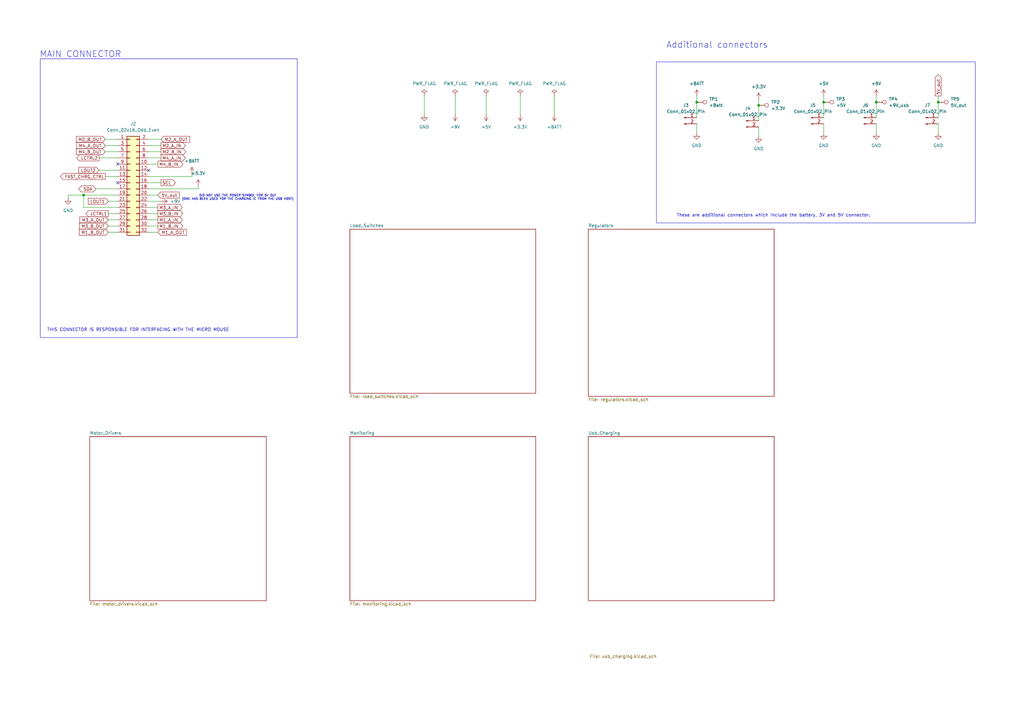
<source format=kicad_sch>
(kicad_sch (version 20231120) (generator "eeschema") (generator_version "8.0")
  (paper "A3")
  (title_block (title "Power Module") (date "2025-03-23") (rev "1") (company "University Of Cape Town") (comment 4 "Author: Khanzi Olwethu[KHNOLW003], Athenkosi Khonzani[KHNATH002]"))
  (lib_symbols
    (symbol "Connector:Conn_01x02_Pin" (pin_names (offset 1.016) hide)
      (property "Reference" "J" (at 0 2.54 0))
      (property "Value" "Conn_01x02_Pin" (at 0 -5.08 0))
      (symbol "Conn_01x02_Pin_1_1"
        (polyline (pts (xy 1.27 -2.54) (xy 0.8636 -2.54)) (stroke (width 0.1524)))
        (polyline (pts (xy 1.27 0) (xy 0.8636 0)) (stroke (width 0.1524)))
        (rectangle (start 0.8636 -2.413) (end 0 -2.667) (stroke (width 0.1524)) (fill (type outline)))
        (rectangle (start 0.8636 0.127) (end 0 -0.127) (stroke (width 0.1524)) (fill (type outline)))
        (pin passive line (at 5.08 0 180) (length 3.81) (name "Pin_1") (number "1"))
        (pin passive line (at 5.08 -2.54 180) (length 3.81) (name "Pin_2") (number "2"))
      )
    )
    (symbol "Connector:TestPoint" (pin_numbers hide) (pin_names (offset 0.762) hide)
      (property "Reference" "TP" (at 0 6.858 0))
      (property "Value" "TestPoint" (at 0 5.08 0))
      (symbol "TestPoint_0_1"
        (circle (center 0 3.302) (radius 0.762))
      )
      (symbol "TestPoint_1_1"
        (pin passive line (at 0 0 90) (length 2.54) (name "1") (number "1"))
      )
    )
    (symbol "Connector_Generic:Conn_02x16_Odd_Even" (pin_names (offset 1.016) hide)
      (property "Reference" "J" (at 1.27 20.32 0))
      (property "Value" "Conn_02x16_Odd_Even" (at 1.27 -22.86 0))
      (symbol "Conn_02x16_Odd_Even_1_1"
        (rectangle (start -1.27 -20.193) (end 0 -20.447) (stroke (width 0.1524)))
        (rectangle (start -1.27 -17.653) (end 0 -17.907) (stroke (width 0.1524)))
        (rectangle (start -1.27 -15.113) (end 0 -15.367) (stroke (width 0.1524)))
        (rectangle (start -1.27 -12.573) (end 0 -12.827) (stroke (width 0.1524)))
        (rectangle (start -1.27 -10.033) (end 0 -10.287) (stroke (width 0.1524)))
        (rectangle (start -1.27 -7.493) (end 0 -7.747) (stroke (width 0.1524)))
        (rectangle (start -1.27 -4.953) (end 0 -5.207) (stroke (width 0.1524)))
        (rectangle (start -1.27 -2.413) (end 0 -2.667) (stroke (width 0.1524)))
        (rectangle (start -1.27 0.127) (end 0 -0.127) (stroke (width 0.1524)))
        (rectangle (start -1.27 2.667) (end 0 2.413) (stroke (width 0.1524)))
        (rectangle (start -1.27 5.207) (end 0 4.953) (stroke (width 0.1524)))
        (rectangle (start -1.27 7.747) (end 0 7.493) (stroke (width 0.1524)))
        (rectangle (start -1.27 10.287) (end 0 10.033) (stroke (width 0.1524)))
        (rectangle (start -1.27 12.827) (end 0 12.573) (stroke (width 0.1524)))
        (rectangle (start -1.27 15.367) (end 0 15.113) (stroke (width 0.1524)))
        (rectangle (start -1.27 17.907) (end 0 17.653) (stroke (width 0.1524)))
        (rectangle (start -1.27 19.05) (end 3.81 -21.59) (stroke (width 0.254)) (fill (type background)))
        (rectangle (start 3.81 -20.193) (end 2.54 -20.447) (stroke (width 0.1524)))
        (rectangle (start 3.81 -17.653) (end 2.54 -17.907) (stroke (width 0.1524)))
        (rectangle (start 3.81 -15.113) (end 2.54 -15.367) (stroke (width 0.1524)))
        (rectangle (start 3.81 -12.573) (end 2.54 -12.827) (stroke (width 0.1524)))
        (rectangle (start 3.81 -10.033) (end 2.54 -10.287) (stroke (width 0.1524)))
        (rectangle (start 3.81 -7.493) (end 2.54 -7.747) (stroke (width 0.1524)))
        (rectangle (start 3.81 -4.953) (end 2.54 -5.207) (stroke (width 0.1524)))
        (rectangle (start 3.81 -2.413) (end 2.54 -2.667) (stroke (width 0.1524)))
        (rectangle (start 3.81 0.127) (end 2.54 -0.127) (stroke (width 0.1524)))
        (rectangle (start 3.81 2.667) (end 2.54 2.413) (stroke (width 0.1524)))
        (rectangle (start 3.81 5.207) (end 2.54 4.953) (stroke (width 0.1524)))
        (rectangle (start 3.81 7.747) (end 2.54 7.493) (stroke (width 0.1524)))
        (rectangle (start 3.81 10.287) (end 2.54 10.033) (stroke (width 0.1524)))
        (rectangle (start 3.81 12.827) (end 2.54 12.573) (stroke (width 0.1524)))
        (rectangle (start 3.81 15.367) (end 2.54 15.113) (stroke (width 0.1524)))
        (rectangle (start 3.81 17.907) (end 2.54 17.653) (stroke (width 0.1524)))
        (pin passive line (at -5.08 17.78 0) (length 3.81) (name "Pin_1") (number "1"))
        (pin passive line (at 7.62 7.62 180) (length 3.81) (name "Pin_10") (number "10"))
        (pin passive line (at -5.08 5.08 0) (length 3.81) (name "Pin_11") (number "11"))
        (pin passive line (at 7.62 5.08 180) (length 3.81) (name "Pin_12") (number "12"))
        (pin passive line (at -5.08 2.54 0) (length 3.81) (name "Pin_13") (number "13"))
        (pin passive line (at 7.62 2.54 180) (length 3.81) (name "Pin_14") (number "14"))
        (pin passive line (at -5.08 0 0) (length 3.81) (name "Pin_15") (number "15"))
        (pin passive line (at 7.62 0 180) (length 3.81) (name "Pin_16") (number "16"))
        (pin passive line (at -5.08 -2.54 0) (length 3.81) (name "Pin_17") (number "17"))
        (pin passive line (at 7.62 -2.54 180) (length 3.81) (name "Pin_18") (number "18"))
        (pin passive line (at -5.08 -5.08 0) (length 3.81) (name "Pin_19") (number "19"))
        (pin passive line (at 7.62 17.78 180) (length 3.81) (name "Pin_2") (number "2"))
        (pin passive line (at 7.62 -5.08 180) (length 3.81) (name "Pin_20") (number "20"))
        (pin passive line (at -5.08 -7.62 0) (length 3.81) (name "Pin_21") (number "21"))
        (pin passive line (at 7.62 -7.62 180) (length 3.81) (name "Pin_22") (number "22"))
        (pin passive line (at -5.08 -10.16 0) (length 3.81) (name "Pin_23") (number "23"))
        (pin passive line (at 7.62 -10.16 180) (length 3.81) (name "Pin_24") (number "24"))
        (pin passive line (at -5.08 -12.7 0) (length 3.81) (name "Pin_25") (number "25"))
        (pin passive line (at 7.62 -12.7 180) (length 3.81) (name "Pin_26") (number "26"))
        (pin passive line (at -5.08 -15.24 0) (length 3.81) (name "Pin_27") (number "27"))
        (pin passive line (at 7.62 -15.24 180) (length 3.81) (name "Pin_28") (number "28"))
        (pin passive line (at -5.08 -17.78 0) (length 3.81) (name "Pin_29") (number "29"))
        (pin passive line (at -5.08 15.24 0) (length 3.81) (name "Pin_3") (number "3"))
        (pin passive line (at 7.62 -17.78 180) (length 3.81) (name "Pin_30") (number "30"))
        (pin passive line (at -5.08 -20.32 0) (length 3.81) (name "Pin_31") (number "31"))
        (pin passive line (at 7.62 -20.32 180) (length 3.81) (name "Pin_32") (number "32"))
        (pin passive line (at 7.62 15.24 180) (length 3.81) (name "Pin_4") (number "4"))
        (pin passive line (at -5.08 12.7 0) (length 3.81) (name "Pin_5") (number "5"))
        (pin passive line (at 7.62 12.7 180) (length 3.81) (name "Pin_6") (number "6"))
        (pin passive line (at -5.08 10.16 0) (length 3.81) (name "Pin_7") (number "7"))
        (pin passive line (at 7.62 10.16 180) (length 3.81) (name "Pin_8") (number "8"))
        (pin passive line (at -5.08 7.62 0) (length 3.81) (name "Pin_9") (number "9"))
      )
    )
    (symbol "power:+3.3V" (power) (pin_numbers hide) (pin_names (offset 0) hide)
      (property "Value" "+3.3V" (at 0 3.556 0))
      (symbol "+3.3V_0_1"
        (polyline (pts (xy -0.762 1.27) (xy 0 2.54)))
        (polyline (pts (xy 0 0) (xy 0 2.54)))
        (polyline (pts (xy 0 2.54) (xy 0.762 1.27)))
      )
      (symbol "+3.3V_1_1"
        (pin power_in line (at 0 0 90) (length 0) (name "~") (number "1"))
      )
    )
    (symbol "power:+5V" (power) (pin_numbers hide) (pin_names (offset 0) hide)
      (property "Value" "+5V" (at 0 3.556 0))
      (symbol "+5V_0_1"
        (polyline (pts (xy -0.762 1.27) (xy 0 2.54)))
        (polyline (pts (xy 0 0) (xy 0 2.54)))
        (polyline (pts (xy 0 2.54) (xy 0.762 1.27)))
      )
      (symbol "+5V_1_1"
        (pin power_in line (at 0 0 90) (length 0) (name "~") (number "1"))
      )
    )
    (symbol "power:+9V" (power) (pin_numbers hide) (pin_names (offset 0) hide)
      (property "Value" "+9V" (at 0 3.556 0))
      (symbol "+9V_0_1"
        (polyline (pts (xy -0.762 1.27) (xy 0 2.54)))
        (polyline (pts (xy 0 0) (xy 0 2.54)))
        (polyline (pts (xy 0 2.54) (xy 0.762 1.27)))
      )
      (symbol "+9V_1_1"
        (pin power_in line (at 0 0 90) (length 0) (name "~") (number "1"))
      )
    )
    (symbol "power:+BATT" (power) (pin_numbers hide) (pin_names (offset 0) hide)
      (property "Value" "+BATT" (at 0 3.556 0))
      (symbol "+BATT_0_1"
        (polyline (pts (xy -0.762 1.27) (xy 0 2.54)))
        (polyline (pts (xy 0 0) (xy 0 2.54)))
        (polyline (pts (xy 0 2.54) (xy 0.762 1.27)))
      )
      (symbol "+BATT_1_1"
        (pin power_in line (at 0 0 90) (length 0) (name "~") (number "1"))
      )
    )
    (symbol "power:GND" (power) (pin_numbers hide) (pin_names (offset 0) hide)
      (property "Value" "GND" (at 0 -3.81 0))
      (symbol "GND_0_1"
        (polyline (pts (xy 0 0) (xy 0 -1.27) (xy 1.27 -1.27) (xy 0 -2.54) (xy -1.27 -1.27) (xy 0 -1.27)))
      )
      (symbol "GND_1_1"
        (pin power_in line (at 0 0 270) (length 0) (name "~") (number "1"))
      )
    )
    (symbol "power:PWR_FLAG" (power) (pin_numbers hide) (pin_names (offset 0) hide)
      (property "Value" "PWR_FLAG" (at 0 3.81 0))
      (symbol "PWR_FLAG_0_0"
        (pin power_out line (at 0 0 90) (length 0) (name "~") (number "1"))
      )
      (symbol "PWR_FLAG_0_1"
        (polyline (pts (xy 0 0) (xy 0 1.27) (xy -1.016 1.905) (xy 0 2.54) (xy 1.016 1.905) (xy 0 1.27)))
      )
    )
  )
  (junction (at 384.81 41.91))
  (junction (at 311.15 43.18))
  (junction (at 337.82 41.91))
  (junction (at 34.29 80.01))
  (junction (at 359.41 41.91))
  (junction (at 285.75 41.91))
  (no_connect (at 60.96 69.85))
  (no_connect (at 48.26 74.93))
  (no_connect (at 48.26 67.31))
  (wire (pts (xy 44.45 87.63) (xy 48.26 87.63)))
  (wire (pts (xy 60.96 72.39) (xy 78.74 72.39)))
  (wire (pts (xy 44.45 82.55) (xy 48.26 82.55)))
  (wire (pts (xy 60.96 77.47) (xy 81.28 77.47)))
  (wire (pts (xy 384.81 41.91) (xy 384.81 48.26)))
  (wire (pts (xy 43.18 59.69) (xy 48.26 59.69)))
  (wire (pts (xy 227.33 39.37) (xy 227.33 46.99)))
  (wire (pts (xy 34.29 85.09) (xy 34.29 80.01)))
  (wire (pts (xy 40.64 64.77) (xy 48.26 64.77)))
  (wire (pts (xy 359.41 41.91) (xy 359.41 48.26)))
  (wire (pts (xy 285.75 39.37) (xy 285.75 41.91)))
  (wire (pts (xy 311.15 43.18) (xy 311.15 49.53)))
  (wire (pts (xy 66.04 74.93) (xy 60.96 74.93)))
  (wire (pts (xy 81.28 77.47) (xy 81.28 76.2)))
  (wire (pts (xy 311.15 52.07) (xy 311.15 55.88)))
  (wire (pts (xy 311.15 40.64) (xy 311.15 43.18)))
  (wire (pts (xy 48.26 85.09) (xy 34.29 85.09)))
  (wire (pts (xy 27.94 80.01) (xy 27.94 81.28)))
  (wire (pts (xy 337.82 41.91) (xy 337.82 48.26)))
  (wire (pts (xy 64.77 87.63) (xy 60.96 87.63)))
  (wire (pts (xy 384.81 50.8) (xy 384.81 54.61)))
  (wire (pts (xy 285.75 41.91) (xy 285.75 48.26)))
  (wire (pts (xy 43.18 62.23) (xy 48.26 62.23)))
  (wire (pts (xy 359.41 50.8) (xy 359.41 54.61)))
  (wire (pts (xy 44.45 95.25) (xy 48.26 95.25)))
  (wire (pts (xy 48.26 80.01) (xy 34.29 80.01)))
  (wire (pts (xy 186.69 39.37) (xy 186.69 46.99)))
  (wire (pts (xy 64.77 80.01) (xy 60.96 80.01)))
  (wire (pts (xy 359.41 39.37) (xy 359.41 41.91)))
  (wire (pts (xy 60.96 82.55) (xy 66.04 82.55)))
  (wire (pts (xy 44.45 90.17) (xy 48.26 90.17)))
  (wire (pts (xy 66.04 62.23) (xy 60.96 62.23)))
  (wire (pts (xy 66.04 64.77) (xy 60.96 64.77)))
  (wire (pts (xy 39.37 77.47) (xy 48.26 77.47)))
  (wire (pts (xy 64.77 90.17) (xy 60.96 90.17)))
  (wire (pts (xy 78.74 72.39) (xy 78.74 71.12)))
  (wire (pts (xy 66.04 59.69) (xy 60.96 59.69)))
  (wire (pts (xy 40.64 69.85) (xy 48.26 69.85)))
  (wire (pts (xy 285.75 50.8) (xy 285.75 54.61)))
  (wire (pts (xy 384.81 39.37) (xy 384.81 41.91)))
  (wire (pts (xy 64.77 85.09) (xy 60.96 85.09)))
  (wire (pts (xy 337.82 50.8) (xy 337.82 54.61)))
  (wire (pts (xy 199.39 39.37) (xy 199.39 46.99)))
  (wire (pts (xy 64.77 67.31) (xy 60.96 67.31)))
  (wire (pts (xy 337.82 39.37) (xy 337.82 41.91)))
  (wire (pts (xy 43.18 72.39) (xy 48.26 72.39)))
  (wire (pts (xy 64.77 92.71) (xy 60.96 92.71)))
  (wire (pts (xy 66.04 57.15) (xy 60.96 57.15)))
  (wire (pts (xy 213.36 39.37) (xy 213.36 46.99)))
  (wire (pts (xy 34.29 80.01) (xy 27.94 80.01)))
  (wire (pts (xy 44.45 92.71) (xy 48.26 92.71)))
  (wire (pts (xy 43.18 57.15) (xy 48.26 57.15)))
  (wire (pts (xy 64.77 95.25) (xy 60.96 95.25)))
  (wire (pts (xy 173.99 39.37) (xy 173.99 46.99)))
  (rectangle (start 16.51 24.13) (end 121.92 138.43))
  (rectangle (start 269.24 25.4) (end 400.05 91.44))
  (text "DID NOT USE THE POWER SYMBOL FOR 5V OUT\n{ONE HAS BEEN USED FOR THE CHARGING IC FROM THE USB HOST)" (at 97.536 81.026 0) (effects (font (size 0.889 0.889))))
  (text "THIS CONNECTOR IS RESPONSIBLE FOR INTERFACING WITH THE MICRO MOUSE" (at 56.642 135.382 0) (effects (font (size 1.27 1.27))))
  (text "Additional connectors" (at 294.132 18.542 0) (effects (font (size 2.54 2.54))))
  (text "MAIN CONNECTOR" (at 33.02 22.352 0) (effects (font (size 2.54 2.54))))
  (text "These are additional connectors which include the battery, 3V and 5V connector." (at 317.246 88.392 0) (effects (font (size 1.27 1.27))))
  (global_label "SCL" (shape output) (at 66.04 74.93 0) (property "Intersheetrefs" "${INTERSHEET_REFS}" (effects (hide yes))))
  (global_label "M1_A_OUT" (shape input) (at 64.77 95.25 0) (property "Intersheetrefs" "${INTERSHEET_REFS}" (effects (hide yes))))
  (global_label "M4_A_OUT" (shape input) (at 43.18 59.69 180) (property "Intersheetrefs" "${INTERSHEET_REFS}" (effects (hide yes))))
  (global_label "M3_A_IN" (shape output) (at 64.77 85.09 0) (property "Intersheetrefs" "${INTERSHEET_REFS}" (effects (hide yes))))
  (global_label "M1_B_IN" (shape output) (at 64.77 92.71 0) (property "Intersheetrefs" "${INTERSHEET_REFS}" (effects (hide yes))))
  (global_label "M3_B_IN" (shape output) (at 64.77 87.63 0) (property "Intersheetrefs" "${INTERSHEET_REFS}" (effects (hide yes))))
  (global_label "5V_out" (shape input) (at 64.77 80.01 0) (property "Intersheetrefs" "${INTERSHEET_REFS}" (effects (hide yes))))
  (global_label "FAST_CHRG_CTRL" (shape output) (at 43.18 72.39 180) (property "Intersheetrefs" "${INTERSHEET_REFS}" (effects (hide yes))))
  (global_label "M4_A_IN" (shape output) (at 66.04 64.77 0) (property "Intersheetrefs" "${INTERSHEET_REFS}" (effects (hide yes))))
  (global_label "M3_B_OUT" (shape input) (at 44.45 92.71 180) (property "Intersheetrefs" "${INTERSHEET_REFS}" (effects (hide yes))))
  (global_label "5V_out" (shape output) (at 384.81 39.37 90) (property "Intersheetrefs" "${INTERSHEET_REFS}" (effects (hide yes))))
  (global_label "M1_B_OUT" (shape input) (at 44.45 95.25 180) (property "Intersheetrefs" "${INTERSHEET_REFS}" (effects (hide yes))))
  (global_label "M4_B_OUT" (shape input) (at 43.18 62.23 180) (property "Intersheetrefs" "${INTERSHEET_REFS}" (effects (hide yes))))
  (global_label "LCTRL1" (shape output) (at 44.45 87.63 180) (property "Intersheetrefs" "${INTERSHEET_REFS}" (effects (hide yes))))
  (global_label "LOUT2" (shape input) (at 40.64 69.85 180) (property "Intersheetrefs" "${INTERSHEET_REFS}" (effects (hide yes))))
  (global_label "M4_B_IN" (shape output) (at 64.77 67.31 0) (property "Intersheetrefs" "${INTERSHEET_REFS}" (effects (hide yes))))
  (global_label "LCTRL2" (shape output) (at 40.64 64.77 180) (property "Intersheetrefs" "${INTERSHEET_REFS}" (effects (hide yes))))
  (global_label "M3_A_OUT" (shape input) (at 44.45 90.17 180) (property "Intersheetrefs" "${INTERSHEET_REFS}" (effects (hide yes))))
  (global_label "M2_A_OUT" (shape input) (at 66.04 57.15 0) (property "Intersheetrefs" "${INTERSHEET_REFS}" (effects (hide yes))))
  (global_label "LOUT1" (shape input) (at 44.45 82.55 180) (property "Intersheetrefs" "${INTERSHEET_REFS}" (effects (hide yes))))
  (global_label "M2_B_IN" (shape output) (at 66.04 62.23 0) (property "Intersheetrefs" "${INTERSHEET_REFS}" (effects (hide yes))))
  (global_label "M1_A_IN" (shape output) (at 64.77 90.17 0) (property "Intersheetrefs" "${INTERSHEET_REFS}" (effects (hide yes))))
  (global_label "M2_A_IN" (shape output) (at 66.04 59.69 0) (property "Intersheetrefs" "${INTERSHEET_REFS}" (effects (hide yes))))
  (global_label "M2_B_OUT" (shape input) (at 43.18 57.15 180) (property "Intersheetrefs" "${INTERSHEET_REFS}" (effects (hide yes))))
  (global_label "SDA" (shape bidirectional) (at 39.37 77.47 180) (property "Intersheetrefs" "${INTERSHEET_REFS}" (effects (hide yes))))
  (symbol (lib_id "Connector_Generic:Conn_02x16_Odd_Even") (at 53.34 74.93 0) (unit 1)
    (property "Reference" "J2" (at 54.61 50.8 0))
    (property "Value" "Conn_02x16_Odd_Even" (at 54.61 53.34 0))
    (property "Footprint" "Connector_PinHeader_2.54mm:PinHeader_2x16_P2.54mm_Vertical" (effects (hide yes)))
    (property "Description" "Generic connector, double row, 02x16, odd/even pin numbering scheme (row 1 odd numbers, row 2 even numbers), script generated (kicad-library-utils/schlib/autogen/connector/)" (effects (hide yes)))
  )
  (symbol (lib_id "power:+BATT") (at 285.75 39.37 0) (unit 1)
    (property "Reference" "#PWR061" (effects (hide yes)))
    (property "Value" "+BATT" (at 285.75 34.29 0))
    (property "Description" "Power symbol creates a global label with name \"+BATT\"" (effects (hide yes)))
  )
  (symbol (lib_id "power:+3.3V") (at 213.36 46.99 180) (unit 1)
    (property "Reference" "#PWR01" (effects (hide yes)))
    (property "Value" "+3.3V" (at 213.36 52.07 0))
    (property "Description" "Power symbol creates a global label with name \"+3.3V\"" (effects (hide yes)))
  )
  (symbol (lib_id "power:+BATT") (at 227.33 46.99 180) (unit 1)
    (property "Reference" "#PWR08" (effects (hide yes)))
    (property "Value" "+BATT" (at 227.33 52.07 0))
    (property "Description" "Power symbol creates a global label with name \"+BATT\"" (effects (hide yes)))
  )
  (symbol (lib_id "power:+9V") (at 186.69 46.99 180) (unit 1)
    (property "Reference" "#PWR03" (effects (hide yes)))
    (property "Value" "+9V" (at 186.69 52.07 0))
    (property "Description" "Power symbol creates a global label with name \"+9V\"" (effects (hide yes)))
  )
  (symbol (lib_id "Connector:Conn_01x02_Pin") (at 354.33 48.26 0) (unit 1)
    (property "Reference" "J6" (at 354.965 43.18 0))
    (property "Value" "Conn_01x02_Pin" (at 354.965 45.72 0))
    (property "Footprint" "Connector_PinHeader_2.54mm:PinHeader_1x02_P2.54mm_Vertical" (effects (hide yes)))
    (property "Description" "Generic connector, single row, 01x02, script generated" (effects (hide yes)))
  )
  (symbol (lib_id "power:+9V") (at 359.41 39.37 0) (unit 1)
    (property "Reference" "#PWR066" (effects (hide yes)))
    (property "Value" "+9V" (at 359.41 34.29 0))
    (property "Description" "Power symbol creates a global label with name \"+9V\"" (effects (hide yes)))
  )
  (symbol (lib_id "power:+9V") (at 66.04 82.55 270) (unit 1)
    (property "Reference" "#PWR063" (effects (hide yes)))
    (property "Value" "+9V" (at 69.85 82.5499 90) (effects (justify left)))
    (property "Description" "Power symbol creates a global label with name \"+9V\"" (effects (hide yes)))
  )
  (symbol (lib_id "Connector:Conn_01x02_Pin") (at 280.67 48.26 0) (unit 1)
    (property "Reference" "J3" (at 281.305 43.18 0))
    (property "Value" "Conn_01x02_Pin" (at 281.305 45.72 0))
    (property "Footprint" "Connector_JST:JST_PH_S2B-PH-K_1x02_P2.00mm_Horizontal" (effects (hide yes)))
    (property "Description" "Generic connector, single row, 01x02, script generated" (effects (hide yes)))
  )
  (symbol (lib_id "Connector:TestPoint") (at 311.15 43.18 270) (unit 1)
    (property "Reference" "TP2" (at 316.23 41.9099 90) (effects (justify left)))
    (property "Value" "+3.3V" (at 316.23 44.4499 90) (effects (justify left)))
    (property "Footprint" "TestPoint:TestPoint_Pad_D3.0mm" (effects (hide yes)))
    (property "Description" "test point" (effects (hide yes)))
  )
  (symbol (lib_id "power:PWR_FLAG") (at 186.69 39.37 0) (unit 1)
    (property "Reference" "#FLG02" (effects (hide yes)))
    (property "Value" "PWR_FLAG" (at 186.69 34.29 0))
    (property "Description" "Special symbol for telling ERC where power comes from" (effects (hide yes)))
  )
  (symbol (lib_id "power:GND") (at 285.75 54.61 0) (unit 1)
    (property "Reference" "#PWR067" (effects (hide yes)))
    (property "Value" "GND" (at 285.75 59.69 0))
    (property "Description" "Power symbol creates a global label with name \"GND\" , ground" (effects (hide yes)))
  )
  (symbol (lib_id "power:GND") (at 311.15 55.88 0) (unit 1)
    (property "Reference" "#PWR068" (effects (hide yes)))
    (property "Value" "GND" (at 311.15 60.96 0))
    (property "Description" "Power symbol creates a global label with name \"GND\" , ground" (effects (hide yes)))
  )
  (symbol (lib_id "power:+3.3V") (at 81.28 76.2 0) (unit 1)
    (property "Reference" "#PWR057" (effects (hide yes)))
    (property "Value" "+3.3V" (at 81.28 71.12 0))
    (property "Description" "Power symbol creates a global label with name \"+3.3V\"" (effects (hide yes)))
  )
  (symbol (lib_id "power:GND") (at 359.41 54.61 0) (unit 1)
    (property "Reference" "#PWR070" (effects (hide yes)))
    (property "Value" "GND" (at 359.41 59.69 0))
    (property "Description" "Power symbol creates a global label with name \"GND\" , ground" (effects (hide yes)))
  )
  (symbol (lib_id "Connector:TestPoint") (at 384.81 41.91 270) (unit 1)
    (property "Reference" "TP5" (at 389.89 40.6399 90) (effects (justify left)))
    (property "Value" "5V_out" (at 389.89 43.1799 90) (effects (justify left)))
    (property "Footprint" "TestPoint:TestPoint_Pad_D3.0mm" (effects (hide yes)))
    (property "Description" "test point" (effects (hide yes)))
  )
  (symbol (lib_id "Connector:Conn_01x02_Pin") (at 306.07 49.53 0) (unit 1)
    (property "Reference" "J4" (at 306.705 44.45 0))
    (property "Value" "Conn_01x02_Pin" (at 306.705 46.99 0))
    (property "Footprint" "Connector_PinHeader_2.54mm:PinHeader_1x02_P2.54mm_Vertical" (effects (hide yes)))
    (property "Description" "Generic connector, single row, 01x02, script generated" (effects (hide yes)))
  )
  (symbol (lib_id "power:PWR_FLAG") (at 199.39 39.37 0) (unit 1)
    (property "Reference" "#FLG03" (effects (hide yes)))
    (property "Value" "PWR_FLAG" (at 199.39 34.29 0))
    (property "Description" "Special symbol for telling ERC where power comes from" (effects (hide yes)))
  )
  (symbol (lib_id "Connector:TestPoint") (at 337.82 41.91 270) (unit 1)
    (property "Reference" "TP3" (at 342.9 40.6399 90) (effects (justify left)))
    (property "Value" "+5V" (at 342.9 43.1799 90) (effects (justify left)))
    (property "Footprint" "TestPoint:TestPoint_Pad_D3.0mm" (effects (hide yes)))
    (property "Description" "test point" (effects (hide yes)))
  )
  (symbol (lib_id "power:PWR_FLAG") (at 213.36 39.37 0) (unit 1)
    (property "Reference" "#FLG04" (effects (hide yes)))
    (property "Value" "PWR_FLAG" (at 213.36 34.29 0))
    (property "Description" "Special symbol for telling ERC where power comes from" (effects (hide yes)))
  )
  (symbol (lib_id "power:+BATT") (at 78.74 71.12 0) (unit 1)
    (property "Reference" "#PWR056" (effects (hide yes)))
    (property "Value" "+BATT" (at 78.74 66.04 0))
    (property "Description" "Power symbol creates a global label with name \"+BATT\"" (effects (hide yes)))
  )
  (symbol (lib_id "power:+3.3V") (at 311.15 40.64 0) (unit 1)
    (property "Reference" "#PWR064" (effects (hide yes)))
    (property "Value" "+3.3V" (at 311.15 35.56 0))
    (property "Description" "Power symbol creates a global label with name \"+3.3V\"" (effects (hide yes)))
  )
  (symbol (lib_id "power:GND") (at 337.82 54.61 0) (unit 1)
    (property "Reference" "#PWR069" (effects (hide yes)))
    (property "Value" "GND" (at 337.82 59.69 0))
    (property "Description" "Power symbol creates a global label with name \"GND\" , ground" (effects (hide yes)))
  )
  (symbol (lib_id "power:GND") (at 384.81 54.61 0) (unit 1)
    (property "Reference" "#PWR071" (effects (hide yes)))
    (property "Value" "GND" (at 384.81 59.69 0))
    (property "Description" "Power symbol creates a global label with name \"GND\" , ground" (effects (hide yes)))
  )
  (symbol (lib_id "power:PWR_FLAG") (at 227.33 39.37 0) (unit 1)
    (property "Reference" "#FLG05" (effects (hide yes)))
    (property "Value" "PWR_FLAG" (at 227.33 34.29 0))
    (property "Description" "Special symbol for telling ERC where power comes from" (effects (hide yes)))
  )
  (symbol (lib_id "power:GND") (at 173.99 46.99 0) (unit 1)
    (property "Reference" "#PWR04" (effects (hide yes)))
    (property "Value" "GND" (at 173.99 52.07 0))
    (property "Description" "Power symbol creates a global label with name \"GND\" , ground" (effects (hide yes)))
  )
  (symbol (lib_id "Connector:Conn_01x02_Pin") (at 332.74 48.26 0) (unit 1)
    (property "Reference" "J5" (at 333.375 43.18 0))
    (property "Value" "Conn_01x02_Pin" (at 333.375 45.72 0))
    (property "Footprint" "Connector_PinHeader_2.54mm:PinHeader_1x02_P2.54mm_Vertical" (effects (hide yes)))
    (property "Description" "Generic connector, single row, 01x02, script generated" (effects (hide yes)))
  )
  (symbol (lib_id "Connector:TestPoint") (at 285.75 41.91 270) (unit 1)
    (property "Reference" "TP1" (at 290.83 40.6399 90) (effects (justify left)))
    (property "Value" "+Batt" (at 290.83 43.1799 90) (effects (justify left)))
    (property "Footprint" "TestPoint:TestPoint_Pad_D3.0mm" (effects (hide yes)))
    (property "Description" "test point" (effects (hide yes)))
  )
  (symbol (lib_id "power:+5V") (at 199.39 46.99 180) (unit 1)
    (property "Reference" "#PWR02" (effects (hide yes)))
    (property "Value" "+5V" (at 199.39 52.07 0))
    (property "Description" "Power symbol creates a global label with name \"+5V\"" (effects (hide yes)))
  )
  (symbol (lib_id "Connector:Conn_01x02_Pin") (at 379.73 48.26 0) (unit 1)
    (property "Reference" "J7" (at 380.365 43.18 0))
    (property "Value" "Conn_01x02_Pin" (at 380.365 45.72 0))
    (property "Footprint" "Connector_PinHeader_2.54mm:PinHeader_1x02_P2.54mm_Vertical" (effects (hide yes)))
    (property "Description" "Generic connector, single row, 01x02, script generated" (effects (hide yes)))
  )
  (symbol (lib_id "power:+5V") (at 337.82 39.37 0) (unit 1)
    (property "Reference" "#PWR065" (effects (hide yes)))
    (property "Value" "+5V" (at 337.82 34.29 0))
    (property "Description" "Power symbol creates a global label with name \"+5V\"" (effects (hide yes)))
  )
  (symbol (lib_id "Connector:TestPoint") (at 359.41 41.91 270) (unit 1)
    (property "Reference" "TP4" (at 364.49 40.6399 90) (effects (justify left)))
    (property "Value" "+9V_usb" (at 364.49 43.1799 90) (effects (justify left)))
    (property "Footprint" "TestPoint:TestPoint_Pad_D3.0mm" (effects (hide yes)))
    (property "Description" "test point" (effects (hide yes)))
  )
  (symbol (lib_id "power:GND") (at 27.94 81.28 0) (unit 1)
    (property "Reference" "#PWR058" (effects (hide yes)))
    (property "Value" "GND" (at 27.94 86.36 0))
    (property "Description" "Power symbol creates a global label with name \"GND\" , ground" (effects (hide yes)))
  )
  (symbol (lib_id "power:PWR_FLAG") (at 173.99 39.37 0) (unit 1)
    (property "Reference" "#FLG01" (effects (hide yes)))
    (property "Value" "PWR_FLAG" (at 173.99 34.29 0))
    (property "Description" "Special symbol for telling ERC where power comes from" (effects (hide yes)))
  )
  (sheet (at 36.83 179.07) (size 72.39 67.31) (stroke (width 0.1524))
    (property "Sheetname" "Motor_Drivers" (at 36.83 178.3584 0) (effects (justify left bottom)))
    (property "Sheetfile" "motor_drivers.kicad_sch" (at 36.83 246.9646 0) (effects (justify left top)))
  )
  (sheet (at 241.3 179.07) (size 76.2 67.31) (stroke (width 0.1524))
    (property "Sheetname" "Usb_Charging" (at 241.3 178.3584 0) (effects (justify left bottom)))
    (property "Sheetfile" "usb_charging.kicad_sch" (at 241.808 268.478 0) (effects (justify left top)))
  )
  (sheet (at 241.3 93.98) (size 76.2 68.58) (stroke (width 0.1524))
    (property "Sheetname" "Regulators" (at 241.3 93.2684 0) (effects (justify left bottom)))
    (property "Sheetfile" "regulators.kicad_sch" (at 241.3 163.1446 0) (effects (justify left top)))
  )
  (sheet (at 143.51 93.98) (size 76.2 67.31) (stroke (width 0.1524))
    (property "Sheetname" "Load_Switches" (at 143.51 93.2684 0) (effects (justify left bottom)))
    (property "Sheetfile" "load_switches.kicad_sch" (at 143.51 161.8746 0) (effects (justify left top)))
  )
  (sheet (at 143.51 179.07) (size 76.2 67.31) (stroke (width 0.1524))
    (property "Sheetname" "Monitoring" (at 143.51 178.3584 0) (effects (justify left bottom)))
    (property "Sheetfile" "monitoring.kicad_sch" (at 143.51 246.9646 0) (effects (justify left top)))
  )
)
</source>
